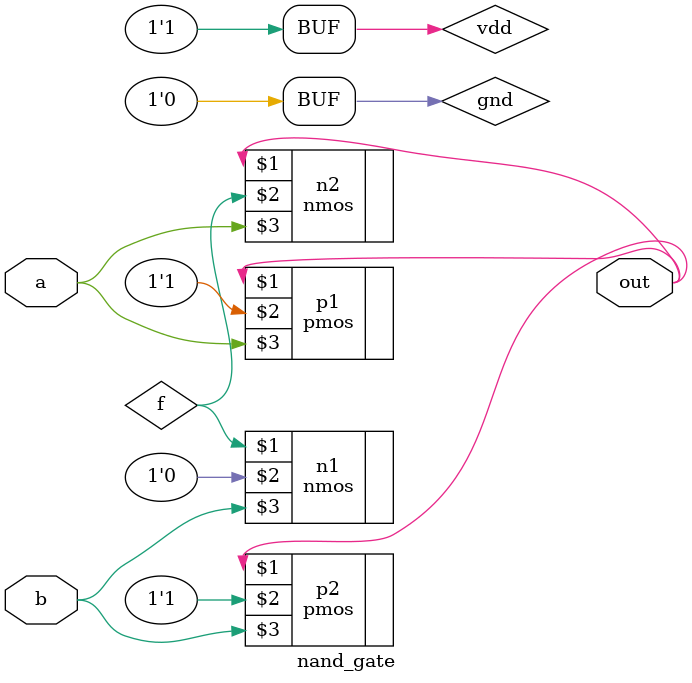
<source format=v>
`timescale 1ns / 1ps


module nand_gate(a,b,out);
input a,b;
output out ;
supply0 gnd;
supply1 vdd;
wire f;
nmos n1(f,gnd,b); 
nmos n2(out,f,a);
pmos p1(out,vdd,a); 
pmos p2(out,vdd,b);

endmodule

</source>
